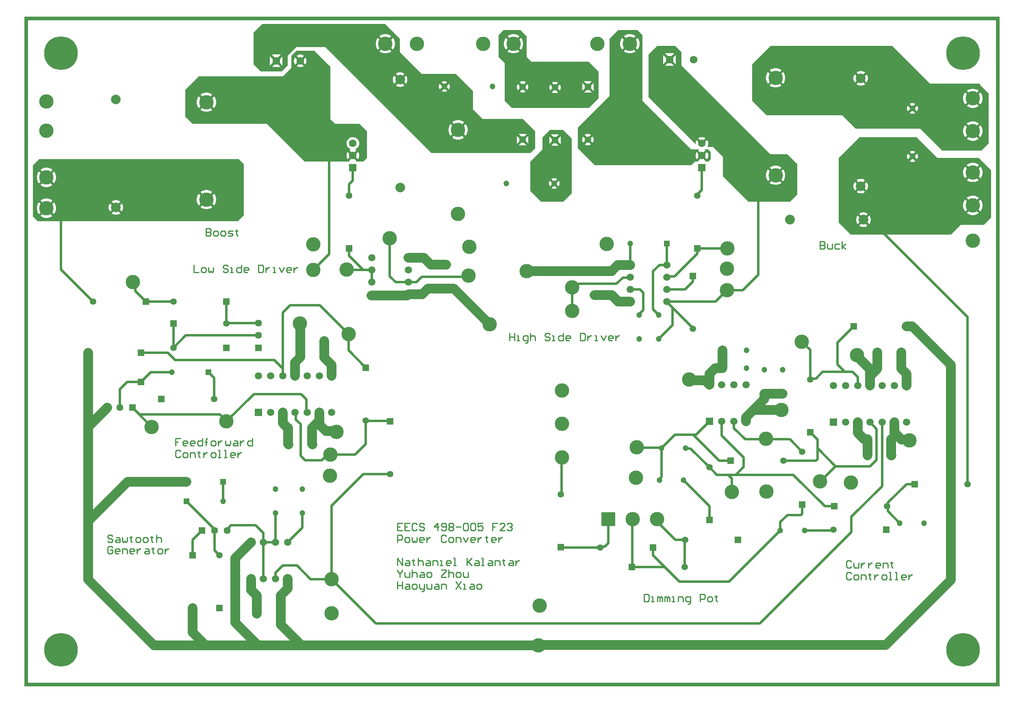
<source format=gtl>
G04*
G04 #@! TF.GenerationSoftware,Altium Limited,Altium Designer,23.2.1 (34)*
G04*
G04 Layer_Physical_Order=1*
G04 Layer_Color=255*
%FSLAX25Y25*%
%MOIN*%
G70*
G04*
G04 #@! TF.SameCoordinates,48004CD8-6F64-47D5-A7CF-E845CD00F4B9*
G04*
G04*
G04 #@! TF.FilePolarity,Positive*
G04*
G01*
G75*
%ADD10C,0.08000*%
%ADD11C,0.02000*%
%ADD12C,0.01000*%
%ADD13C,0.11811*%
%ADD14C,0.05906*%
%ADD15R,0.05906X0.05906*%
%ADD16C,0.04724*%
%ADD17C,0.05315*%
%ADD18R,0.05906X0.05906*%
%ADD19C,0.27559*%
%ADD20R,0.05315X0.05315*%
%ADD21C,0.07874*%
%ADD22C,0.06299*%
%ADD23R,0.06299X0.06299*%
%ADD24R,0.06299X0.06299*%
%ADD25R,0.05709X0.05709*%
%ADD26C,0.05709*%
%ADD27R,0.05709X0.05709*%
%ADD28R,0.05315X0.05315*%
%ADD29R,0.11811X0.11811*%
%ADD30R,0.04724X0.04724*%
%ADD31C,0.08000*%
G36*
X810000Y557000D02*
Y10000D01*
X13000Y10000D01*
Y10000D01*
X10000D01*
Y560000D01*
X810000D01*
Y557000D01*
D02*
G37*
%LPC*%
G36*
X807000D02*
X13000D01*
Y13000D01*
X807000D01*
Y557000D01*
D02*
G37*
%LPD*%
G36*
X422000Y544000D02*
Y527000D01*
X426000Y523000D01*
X473000D01*
X481000Y515000D01*
Y493000D01*
X473000Y485000D01*
X410000D01*
X404000Y491000D01*
Y522000D01*
X399000Y527000D01*
Y545000D01*
X403000Y549000D01*
X417000D01*
X422000Y544000D01*
D02*
G37*
G36*
X753000Y505000D02*
X794000D01*
Y504000D01*
X801000Y497000D01*
Y456000D01*
X795000Y450000D01*
X763000D01*
X745000Y468000D01*
X692000D01*
X681000Y479000D01*
X619000D01*
X607000Y491000D01*
Y521000D01*
X622000Y536000D01*
X722000D01*
X753000Y505000D01*
D02*
G37*
G36*
X318000Y542000D02*
Y531000D01*
X336000Y513000D01*
X364000D01*
X378000Y499000D01*
Y484000D01*
X386000Y476000D01*
X419000D01*
X429000Y466000D01*
Y452000D01*
X425000Y448000D01*
X344000D01*
X257000Y535000D01*
X233000D01*
X226000Y528000D01*
X226000Y520000D01*
X221000Y515000D01*
X204000D01*
X198000Y521000D01*
Y547000D01*
X205000Y554000D01*
X306000Y554000D01*
X318000Y542000D01*
D02*
G37*
G36*
X517000Y545000D02*
Y491000D01*
X557000Y451000D01*
X563407D01*
X563541Y450500D01*
X562827Y450087D01*
X565700Y447214D01*
X568573Y450087D01*
X567859Y450500D01*
X567993Y451000D01*
X571000D01*
X573000Y449000D01*
X573000Y443000D01*
X571000Y441000D01*
X568685D01*
X568551Y441500D01*
X568573Y441513D01*
X565700Y444386D01*
X562827Y441513D01*
X562849Y441500D01*
X562715Y441000D01*
X560000D01*
X557000Y438000D01*
X478000D01*
X464000Y452000D01*
Y469000D01*
X490000Y495000D01*
Y542000D01*
X497000Y549000D01*
X513000D01*
X517000Y545000D01*
D02*
G37*
G36*
X261000Y519000D02*
Y476000D01*
X265000Y472000D01*
X285000D01*
X291000Y466000D01*
Y444000D01*
X288000Y441000D01*
X284550D01*
Y441050D01*
X282298D01*
X282164Y441550D01*
X282273Y441613D01*
X279400Y444486D01*
X276527Y441613D01*
X276636Y441550D01*
X276502Y441050D01*
X274250D01*
Y441000D01*
X240000Y441000D01*
X209000Y472000D01*
X175000Y472000D01*
X148000D01*
X142000Y478000D01*
Y500000D01*
X153000Y511000D01*
X222000D01*
X229000Y518000D01*
Y528000D01*
X233000Y532000D01*
X248000D01*
X261000Y519000D01*
D02*
G37*
G36*
X549000Y531000D02*
Y520000D01*
X622000Y447000D01*
X636000D01*
X644000Y439000D01*
Y414000D01*
X638000Y408000D01*
X604000D01*
X583000Y429000D01*
Y445000D01*
X575000Y453000D01*
X570530D01*
X570280Y453433D01*
X570499Y453812D01*
X570850Y455122D01*
Y456478D01*
X570499Y457788D01*
X569987Y458673D01*
X566407Y455093D01*
X565700Y455800D01*
X564993Y455093D01*
X561413Y458673D01*
X560901Y457788D01*
X560550Y456478D01*
Y455614D01*
X560533Y455583D01*
X560050Y455343D01*
X560000Y455382D01*
Y456000D01*
X522000Y494000D01*
Y529000D01*
X529000Y536000D01*
X544000D01*
X549000Y531000D01*
D02*
G37*
G36*
X459000Y460000D02*
Y415000D01*
X452000Y408000D01*
X434000D01*
X425000Y417000D01*
Y441000D01*
X435000Y451000D01*
Y461000D01*
X441000Y467000D01*
X452000D01*
X459000Y460000D01*
D02*
G37*
G36*
X190000Y439000D02*
Y397000D01*
X185000Y392000D01*
X21000D01*
X17000Y396000D01*
Y438000D01*
X22000Y443000D01*
X186000D01*
X190000Y439000D01*
D02*
G37*
G36*
X759000Y444000D02*
X793000D01*
X803000Y434000D01*
Y395000D01*
X797000Y389000D01*
X778000D01*
X770000Y381000D01*
X688000D01*
X678000Y391000D01*
Y444000D01*
X695000Y461000D01*
X742000D01*
X759000Y444000D01*
D02*
G37*
%LPC*%
G36*
X411979Y545606D02*
X410421D01*
X408894Y545302D01*
X407455Y544706D01*
X406348Y543966D01*
X411200Y539114D01*
X416052Y543966D01*
X414945Y544706D01*
X413506Y545302D01*
X411979Y545606D01*
D02*
G37*
G36*
X417466Y542552D02*
X412614Y537700D01*
X417466Y532848D01*
X418206Y533955D01*
X418802Y535394D01*
X419105Y536921D01*
Y538479D01*
X418802Y540006D01*
X418206Y541445D01*
X417466Y542552D01*
D02*
G37*
G36*
X404934Y542552D02*
X404194Y541445D01*
X403598Y540006D01*
X403295Y538479D01*
Y536921D01*
X403598Y535394D01*
X404194Y533955D01*
X404934Y532848D01*
X409786Y537700D01*
X404934Y542552D01*
D02*
G37*
G36*
X411200Y536286D02*
X406348Y531434D01*
X407455Y530694D01*
X408894Y530098D01*
X410421Y529795D01*
X411979D01*
X413506Y530098D01*
X414945Y530694D01*
X416052Y531434D01*
X411200Y536286D01*
D02*
G37*
G36*
X475443Y506911D02*
X468957D01*
X472200Y503668D01*
X475443Y506911D01*
D02*
G37*
G36*
X419413Y506811D02*
X418187D01*
X417002Y506494D01*
X416287Y506081D01*
X418800Y503568D01*
X421313Y506081D01*
X420598Y506494D01*
X419413Y506811D01*
D02*
G37*
G36*
X445813Y506411D02*
X444587D01*
X443402Y506094D01*
X442687Y505681D01*
X445200Y503168D01*
X447713Y505681D01*
X446998Y506094D01*
X445813Y506411D01*
D02*
G37*
G36*
X414873Y504666D02*
X414460Y503951D01*
X414143Y502767D01*
Y501540D01*
X414460Y500356D01*
X414873Y499641D01*
X417386Y502153D01*
X414873Y504666D01*
D02*
G37*
G36*
X422727Y504667D02*
X420214Y502153D01*
X422727Y499641D01*
X423140Y500356D01*
X423457Y501540D01*
Y502767D01*
X423140Y503951D01*
X422727Y504667D01*
D02*
G37*
G36*
X441273Y504266D02*
X440860Y503551D01*
X440543Y502367D01*
Y501140D01*
X440860Y499956D01*
X441273Y499241D01*
X443786Y501754D01*
X441273Y504266D01*
D02*
G37*
G36*
X449127Y504267D02*
X446614Y501754D01*
X449127Y499241D01*
X449540Y499956D01*
X449858Y501140D01*
Y502367D01*
X449540Y503551D01*
X449127Y504267D01*
D02*
G37*
G36*
X476858Y505497D02*
X473614Y502253D01*
X476858Y499010D01*
Y505497D01*
D02*
G37*
G36*
X467543Y505497D02*
Y499010D01*
X470786Y502253D01*
X467543Y505497D01*
D02*
G37*
G36*
X472200Y500839D02*
X468957Y497596D01*
X475443D01*
X472200Y500839D01*
D02*
G37*
G36*
X418800Y500739D02*
X416287Y498226D01*
X417002Y497814D01*
X418187Y497496D01*
X419413D01*
X420598Y497814D01*
X421313Y498226D01*
X418800Y500739D01*
D02*
G37*
G36*
X445200Y500339D02*
X442687Y497826D01*
X443402Y497413D01*
X444587Y497096D01*
X445813D01*
X446998Y497413D01*
X447713Y497826D01*
X445200Y500339D01*
D02*
G37*
G36*
X626979Y517605D02*
X625421D01*
X623894Y517302D01*
X622455Y516706D01*
X621348Y515966D01*
X626200Y511114D01*
X631052Y515966D01*
X629945Y516706D01*
X628506Y517302D01*
X626979Y517605D01*
D02*
G37*
G36*
X696685Y515228D02*
X695515D01*
X694368Y515000D01*
X693288Y514553D01*
X692667Y514138D01*
X696100Y510706D01*
X699533Y514138D01*
X698912Y514553D01*
X697832Y515000D01*
X696685Y515228D01*
D02*
G37*
G36*
X691253Y512724D02*
X690839Y512104D01*
X690391Y511023D01*
X690163Y509876D01*
Y508707D01*
X690391Y507560D01*
X690839Y506479D01*
X691253Y505859D01*
X694686Y509291D01*
X691253Y512724D01*
D02*
G37*
G36*
X700947Y512724D02*
X697514Y509291D01*
X700947Y505859D01*
X701361Y506479D01*
X701809Y507560D01*
X702037Y508707D01*
Y509876D01*
X701809Y511023D01*
X701361Y512104D01*
X700947Y512724D01*
D02*
G37*
G36*
X632466Y514552D02*
X627614Y509700D01*
X632466Y504848D01*
X633206Y505955D01*
X633802Y507394D01*
X634105Y508921D01*
Y510479D01*
X633802Y512006D01*
X633206Y513445D01*
X632466Y514552D01*
D02*
G37*
G36*
X619934D02*
X619194Y513445D01*
X618598Y512006D01*
X618294Y510479D01*
Y508921D01*
X618598Y507394D01*
X619194Y505955D01*
X619934Y504848D01*
X624786Y509700D01*
X619934Y514552D01*
D02*
G37*
G36*
X696100Y507877D02*
X692667Y504445D01*
X693288Y504030D01*
X694368Y503582D01*
X695515Y503354D01*
X696685D01*
X697832Y503582D01*
X698912Y504030D01*
X699533Y504445D01*
X696100Y507877D01*
D02*
G37*
G36*
X626200Y508286D02*
X621348Y503434D01*
X622455Y502694D01*
X623894Y502098D01*
X625421Y501794D01*
X626979D01*
X628506Y502098D01*
X629945Y502694D01*
X631052Y503434D01*
X626200Y508286D01*
D02*
G37*
G36*
X788779Y500705D02*
X787221D01*
X785694Y500402D01*
X784255Y499806D01*
X783148Y499066D01*
X788000Y494214D01*
X792852Y499066D01*
X791745Y499806D01*
X790306Y500402D01*
X788779Y500705D01*
D02*
G37*
G36*
X794266Y497652D02*
X789414Y492800D01*
X794266Y487948D01*
X795006Y489055D01*
X795602Y490494D01*
X795905Y492021D01*
Y493579D01*
X795602Y495106D01*
X795006Y496545D01*
X794266Y497652D01*
D02*
G37*
G36*
X781734Y497652D02*
X780994Y496545D01*
X780398Y495106D01*
X780094Y493579D01*
Y492021D01*
X780398Y490494D01*
X780994Y489055D01*
X781734Y487948D01*
X786586Y492800D01*
X781734Y497652D01*
D02*
G37*
G36*
X739074Y488832D02*
X737926D01*
X736816Y488535D01*
X736203Y488181D01*
X738500Y485884D01*
X740797Y488181D01*
X740184Y488535D01*
X739074Y488832D01*
D02*
G37*
G36*
X788000Y491386D02*
X783148Y486534D01*
X784255Y485794D01*
X785694Y485198D01*
X787221Y484895D01*
X788779D01*
X790306Y485198D01*
X791745Y485794D01*
X792852Y486534D01*
X788000Y491386D01*
D02*
G37*
G36*
X742211Y486767D02*
X739914Y484470D01*
X742211Y482173D01*
X742565Y482786D01*
X742862Y483896D01*
Y485044D01*
X742565Y486154D01*
X742211Y486767D01*
D02*
G37*
G36*
X734789D02*
X734435Y486154D01*
X734138Y485044D01*
Y483896D01*
X734435Y482786D01*
X734789Y482173D01*
X737086Y484470D01*
X734789Y486767D01*
D02*
G37*
G36*
X738500Y483056D02*
X736203Y480759D01*
X736816Y480405D01*
X737926Y480108D01*
X739074D01*
X740184Y480405D01*
X740797Y480759D01*
X738500Y483056D01*
D02*
G37*
G36*
X788779Y473806D02*
X787221D01*
X785694Y473502D01*
X784255Y472906D01*
X783148Y472166D01*
X788000Y467314D01*
X792852Y472166D01*
X791745Y472906D01*
X790306Y473502D01*
X788779Y473806D01*
D02*
G37*
G36*
X794266Y470752D02*
X789414Y465900D01*
X794266Y461048D01*
X795006Y462155D01*
X795602Y463594D01*
X795905Y465121D01*
Y466679D01*
X795602Y468206D01*
X795006Y469645D01*
X794266Y470752D01*
D02*
G37*
G36*
X781734Y470752D02*
X780994Y469645D01*
X780398Y468206D01*
X780094Y466679D01*
Y465121D01*
X780398Y463594D01*
X780994Y462155D01*
X781734Y461048D01*
X786586Y465900D01*
X781734Y470752D01*
D02*
G37*
G36*
X788000Y464486D02*
X783148Y459634D01*
X784255Y458894D01*
X785694Y458298D01*
X787221Y457995D01*
X788779D01*
X790306Y458298D01*
X791745Y458894D01*
X792852Y459634D01*
X788000Y464486D01*
D02*
G37*
G36*
X306879Y545606D02*
X305321D01*
X303794Y545302D01*
X302355Y544706D01*
X301248Y543966D01*
X306100Y539114D01*
X310952Y543966D01*
X309845Y544706D01*
X308406Y545302D01*
X306879Y545606D01*
D02*
G37*
G36*
X312366Y542552D02*
X307514Y537700D01*
X312366Y532848D01*
X313106Y533955D01*
X313702Y535394D01*
X314005Y536921D01*
Y538479D01*
X313702Y540006D01*
X313106Y541445D01*
X312366Y542552D01*
D02*
G37*
G36*
X299834Y542552D02*
X299094Y541445D01*
X298498Y540006D01*
X298195Y538479D01*
Y536921D01*
X298498Y535394D01*
X299094Y533955D01*
X299834Y532848D01*
X304686Y537700D01*
X299834Y542552D01*
D02*
G37*
G36*
X306100Y536286D02*
X301248Y531434D01*
X302355Y530694D01*
X303794Y530098D01*
X305321Y529795D01*
X306879D01*
X308406Y530098D01*
X309845Y530694D01*
X310952Y531434D01*
X306100Y536286D01*
D02*
G37*
G36*
X220350Y528750D02*
X212880D01*
X216615Y525014D01*
X220350Y528750D01*
D02*
G37*
G36*
X221765Y527335D02*
X218029Y523600D01*
X221765Y519865D01*
Y527335D01*
D02*
G37*
G36*
X211465Y527335D02*
Y519865D01*
X215201Y523600D01*
X211465Y527335D01*
D02*
G37*
G36*
X216615Y522186D02*
X212880Y518450D01*
X220350D01*
X216615Y522186D01*
D02*
G37*
G36*
X318785Y514128D02*
X317615D01*
X316468Y513900D01*
X315388Y513453D01*
X314767Y513038D01*
X318200Y509606D01*
X321633Y513038D01*
X321012Y513453D01*
X319932Y513900D01*
X318785Y514128D01*
D02*
G37*
G36*
X313353Y511624D02*
X312939Y511004D01*
X312491Y509923D01*
X312263Y508776D01*
Y507607D01*
X312491Y506460D01*
X312939Y505379D01*
X313353Y504759D01*
X316786Y508191D01*
X313353Y511624D01*
D02*
G37*
G36*
X323047Y511624D02*
X319614Y508191D01*
X323047Y504759D01*
X323461Y505379D01*
X323909Y506460D01*
X324137Y507607D01*
Y508776D01*
X323909Y509923D01*
X323461Y511004D01*
X323047Y511624D01*
D02*
G37*
G36*
X355089Y506962D02*
X353941D01*
X352831Y506665D01*
X352218Y506311D01*
X354515Y504014D01*
X356812Y506311D01*
X356199Y506665D01*
X355089Y506962D01*
D02*
G37*
G36*
X318200Y506777D02*
X314767Y503344D01*
X315388Y502930D01*
X316468Y502483D01*
X317615Y502254D01*
X318785D01*
X319932Y502483D01*
X321012Y502930D01*
X321633Y503344D01*
X318200Y506777D01*
D02*
G37*
G36*
X358226Y504897D02*
X355929Y502600D01*
X358226Y500303D01*
X358580Y500916D01*
X358877Y502026D01*
Y503174D01*
X358580Y504284D01*
X358226Y504897D01*
D02*
G37*
G36*
X350804Y504897D02*
X350450Y504284D01*
X350153Y503174D01*
Y502026D01*
X350450Y500916D01*
X350804Y500303D01*
X353101Y502600D01*
X350804Y504897D01*
D02*
G37*
G36*
X354515Y501186D02*
X352218Y498889D01*
X352831Y498535D01*
X353941Y498238D01*
X355089D01*
X356199Y498535D01*
X356812Y498889D01*
X354515Y501186D01*
D02*
G37*
G36*
X366579Y474805D02*
X365021D01*
X363494Y474502D01*
X362055Y473906D01*
X360948Y473166D01*
X365800Y468314D01*
X370652Y473166D01*
X369545Y473906D01*
X368106Y474502D01*
X366579Y474805D01*
D02*
G37*
G36*
X359534Y471752D02*
X358794Y470645D01*
X358198Y469206D01*
X357894Y467679D01*
Y466121D01*
X358198Y464594D01*
X358794Y463155D01*
X359534Y462048D01*
X364386Y466900D01*
X359534Y471752D01*
D02*
G37*
G36*
X372066Y471752D02*
X367214Y466900D01*
X372066Y462048D01*
X372806Y463155D01*
X373402Y464594D01*
X373706Y466121D01*
Y467679D01*
X373402Y469206D01*
X372806Y470645D01*
X372066Y471752D01*
D02*
G37*
G36*
X422043Y463504D02*
X415557D01*
X418800Y460261D01*
X422043Y463504D01*
D02*
G37*
G36*
X365800Y465486D02*
X360948Y460634D01*
X362055Y459894D01*
X363494Y459298D01*
X365021Y458994D01*
X366579D01*
X368106Y459298D01*
X369545Y459894D01*
X370652Y460634D01*
X365800Y465486D01*
D02*
G37*
G36*
X423457Y462090D02*
X420214Y458847D01*
X423457Y455603D01*
Y462090D01*
D02*
G37*
G36*
X414143Y462090D02*
Y455603D01*
X417386Y458847D01*
X414143Y462090D01*
D02*
G37*
G36*
X418800Y457432D02*
X415557Y454189D01*
X422043D01*
X418800Y457432D01*
D02*
G37*
G36*
X507379Y545606D02*
X505821D01*
X504294Y545302D01*
X502855Y544706D01*
X501748Y543966D01*
X506600Y539114D01*
X511452Y543966D01*
X510345Y544706D01*
X508906Y545302D01*
X507379Y545606D01*
D02*
G37*
G36*
X512866Y542552D02*
X508014Y537700D01*
X512866Y532848D01*
X513606Y533955D01*
X514202Y535394D01*
X514505Y536921D01*
Y538479D01*
X514202Y540006D01*
X513606Y541445D01*
X512866Y542552D01*
D02*
G37*
G36*
X500334Y542552D02*
X499594Y541445D01*
X498998Y540006D01*
X498695Y538479D01*
Y536921D01*
X498998Y535394D01*
X499594Y533955D01*
X500334Y532848D01*
X505186Y537700D01*
X500334Y542552D01*
D02*
G37*
G36*
X506600Y536286D02*
X501748Y531434D01*
X502855Y530694D01*
X504294Y530098D01*
X505821Y529795D01*
X507379D01*
X508906Y530098D01*
X510345Y530694D01*
X511452Y531434D01*
X506600Y536286D01*
D02*
G37*
G36*
X472813Y463604D02*
X471587D01*
X470402Y463286D01*
X469687Y462874D01*
X472200Y460361D01*
X474713Y462874D01*
X473998Y463286D01*
X472813Y463604D01*
D02*
G37*
G36*
X468273Y461459D02*
X467860Y460744D01*
X467543Y459560D01*
Y458333D01*
X467860Y457149D01*
X468273Y456434D01*
X470786Y458947D01*
X468273Y461459D01*
D02*
G37*
G36*
X476127Y461459D02*
X473614Y458947D01*
X476127Y456433D01*
X476540Y457149D01*
X476858Y458333D01*
Y459560D01*
X476540Y460744D01*
X476127Y461459D01*
D02*
G37*
G36*
X472200Y457532D02*
X469687Y455019D01*
X470402Y454606D01*
X471587Y454289D01*
X472813D01*
X473998Y454606D01*
X474713Y455019D01*
X472200Y457532D01*
D02*
G37*
G36*
X561413Y448673D02*
X560901Y447788D01*
X560550Y446478D01*
Y445122D01*
X560901Y443812D01*
X561413Y442927D01*
X564286Y445800D01*
X561413Y448673D01*
D02*
G37*
G36*
X569987Y448673D02*
X567114Y445800D01*
X569987Y442927D01*
X570499Y443812D01*
X570850Y445122D01*
Y446478D01*
X570499Y447788D01*
X569987Y448673D01*
D02*
G37*
G36*
X236978Y528750D02*
X235622D01*
X234312Y528399D01*
X233427Y527887D01*
X236300Y525014D01*
X239173Y527887D01*
X238288Y528399D01*
X236978Y528750D01*
D02*
G37*
G36*
X240587Y526473D02*
X237714Y523600D01*
X240587Y520727D01*
X241099Y521612D01*
X241450Y522922D01*
Y524278D01*
X241099Y525588D01*
X240587Y526473D01*
D02*
G37*
G36*
X232013Y526473D02*
X231501Y525588D01*
X231150Y524278D01*
Y522922D01*
X231501Y521612D01*
X232013Y520727D01*
X234886Y523600D01*
X232013Y526473D01*
D02*
G37*
G36*
X236300Y522186D02*
X233427Y519313D01*
X234312Y518801D01*
X235622Y518450D01*
X236978D01*
X238288Y518801D01*
X239173Y519313D01*
X236300Y522186D01*
D02*
G37*
G36*
X160079Y497606D02*
X158521D01*
X156994Y497302D01*
X155555Y496706D01*
X154448Y495966D01*
X159300Y491114D01*
X164152Y495966D01*
X163045Y496706D01*
X161606Y497302D01*
X160079Y497606D01*
D02*
G37*
G36*
X165566Y494552D02*
X160714Y489700D01*
X165566Y484848D01*
X166306Y485955D01*
X166902Y487394D01*
X167206Y488921D01*
Y490479D01*
X166902Y492006D01*
X166306Y493445D01*
X165566Y494552D01*
D02*
G37*
G36*
X153034D02*
X152294Y493445D01*
X151698Y492006D01*
X151394Y490479D01*
Y488921D01*
X151698Y487394D01*
X152294Y485955D01*
X153034Y484848D01*
X157886Y489700D01*
X153034Y494552D01*
D02*
G37*
G36*
X159300Y488286D02*
X154448Y483434D01*
X155555Y482694D01*
X156994Y482098D01*
X158521Y481795D01*
X160079D01*
X161606Y482098D01*
X163045Y482694D01*
X164152Y483434D01*
X159300Y488286D01*
D02*
G37*
G36*
X280078Y461050D02*
X278722D01*
X277412Y460699D01*
X276238Y460021D01*
X275279Y459062D01*
X274601Y457888D01*
X274250Y456578D01*
Y455222D01*
X274601Y453912D01*
X275279Y452738D01*
X276238Y451779D01*
X277279Y451178D01*
X277323Y451019D01*
Y450781D01*
X277279Y450622D01*
X276527Y450187D01*
X279400Y447314D01*
X282273Y450187D01*
X281521Y450622D01*
X281477Y450781D01*
Y451019D01*
X281521Y451178D01*
X282562Y451779D01*
X283521Y452738D01*
X284199Y453912D01*
X284550Y455222D01*
Y456578D01*
X284199Y457888D01*
X283521Y459062D01*
X282562Y460021D01*
X281388Y460699D01*
X280078Y461050D01*
D02*
G37*
G36*
X275113Y448773D02*
X274601Y447888D01*
X274250Y446578D01*
Y445222D01*
X274601Y443912D01*
X275113Y443027D01*
X277986Y445900D01*
X275113Y448773D01*
D02*
G37*
G36*
X283687Y448773D02*
X280814Y445900D01*
X283687Y443027D01*
X284199Y443912D01*
X284550Y445222D01*
Y446578D01*
X284199Y447888D01*
X283687Y448773D01*
D02*
G37*
G36*
X542935Y529850D02*
X535465D01*
X539200Y526114D01*
X542935Y529850D01*
D02*
G37*
G36*
X544350Y528435D02*
X540614Y524700D01*
X544350Y520965D01*
Y528435D01*
D02*
G37*
G36*
X534050Y528435D02*
Y520965D01*
X537786Y524700D01*
X534050Y528435D01*
D02*
G37*
G36*
X539200Y523286D02*
X535465Y519550D01*
X542935D01*
X539200Y523286D01*
D02*
G37*
G36*
X566378Y460950D02*
X565022D01*
X563712Y460599D01*
X562827Y460087D01*
X565700Y457214D01*
X568573Y460087D01*
X567688Y460599D01*
X566378Y460950D01*
D02*
G37*
G36*
X626979Y437605D02*
X625421D01*
X623894Y437302D01*
X622455Y436706D01*
X621348Y435966D01*
X626200Y431114D01*
X631052Y435966D01*
X629945Y436706D01*
X628506Y437302D01*
X626979Y437605D01*
D02*
G37*
G36*
X632466Y434552D02*
X627614Y429700D01*
X632466Y424848D01*
X633206Y425955D01*
X633802Y427394D01*
X634105Y428921D01*
Y430479D01*
X633802Y432006D01*
X633206Y433445D01*
X632466Y434552D01*
D02*
G37*
G36*
X619934D02*
X619194Y433445D01*
X618598Y432006D01*
X618294Y430479D01*
Y428921D01*
X618598Y427394D01*
X619194Y425955D01*
X619934Y424848D01*
X624786Y429700D01*
X619934Y434552D01*
D02*
G37*
G36*
X626200Y428286D02*
X621348Y423434D01*
X622455Y422694D01*
X623894Y422098D01*
X625421Y421795D01*
X626979D01*
X628506Y422098D01*
X629945Y422694D01*
X631052Y423434D01*
X626200Y428286D01*
D02*
G37*
G36*
X448443Y463104D02*
X441957D01*
X445200Y459861D01*
X448443Y463104D01*
D02*
G37*
G36*
X449858Y461690D02*
X446614Y458447D01*
X449858Y455203D01*
Y461690D01*
D02*
G37*
G36*
X440543Y461690D02*
Y455203D01*
X443786Y458447D01*
X440543Y461690D01*
D02*
G37*
G36*
X445200Y457032D02*
X441957Y453789D01*
X448443D01*
X445200Y457032D01*
D02*
G37*
G36*
X445159Y427362D02*
X444011D01*
X442901Y427065D01*
X442288Y426711D01*
X444585Y424414D01*
X446882Y426711D01*
X446269Y427065D01*
X445159Y427362D01*
D02*
G37*
G36*
X440874Y425297D02*
X440520Y424684D01*
X440223Y423574D01*
Y422426D01*
X440520Y421316D01*
X440874Y420703D01*
X443171Y423000D01*
X440874Y425297D01*
D02*
G37*
G36*
X448296D02*
X445999Y423000D01*
X448296Y420703D01*
X448650Y421316D01*
X448947Y422426D01*
Y423574D01*
X448650Y424684D01*
X448296Y425297D01*
D02*
G37*
G36*
X444585Y421586D02*
X442288Y419289D01*
X442901Y418935D01*
X444011Y418638D01*
X445159D01*
X446269Y418935D01*
X446882Y419289D01*
X444585Y421586D01*
D02*
G37*
G36*
X28879Y435806D02*
X27321D01*
X25794Y435502D01*
X24355Y434906D01*
X23248Y434166D01*
X28100Y429314D01*
X32952Y434166D01*
X31845Y434906D01*
X30406Y435502D01*
X28879Y435806D01*
D02*
G37*
G36*
X34366Y432752D02*
X29514Y427900D01*
X34366Y423048D01*
X35106Y424155D01*
X35702Y425594D01*
X36005Y427121D01*
Y428679D01*
X35702Y430206D01*
X35106Y431645D01*
X34366Y432752D01*
D02*
G37*
G36*
X21834Y432752D02*
X21094Y431645D01*
X20498Y430206D01*
X20195Y428679D01*
Y427121D01*
X20498Y425594D01*
X21094Y424155D01*
X21834Y423048D01*
X26686Y427900D01*
X21834Y432752D01*
D02*
G37*
G36*
X28100Y426486D02*
X23248Y421634D01*
X24355Y420894D01*
X25794Y420298D01*
X27321Y419994D01*
X28879D01*
X30406Y420298D01*
X31845Y420894D01*
X32952Y421634D01*
X28100Y426486D01*
D02*
G37*
G36*
X160079Y417605D02*
X158521D01*
X156994Y417302D01*
X155555Y416706D01*
X154448Y415966D01*
X159300Y411114D01*
X164152Y415966D01*
X163045Y416706D01*
X161606Y417302D01*
X160079Y417605D01*
D02*
G37*
G36*
X165566Y414552D02*
X160714Y409700D01*
X165566Y404848D01*
X166306Y405955D01*
X166902Y407394D01*
X167206Y408921D01*
Y410479D01*
X166902Y412006D01*
X166306Y413445D01*
X165566Y414552D01*
D02*
G37*
G36*
X153034D02*
X152294Y413445D01*
X151698Y412006D01*
X151394Y410479D01*
Y408921D01*
X151698Y407394D01*
X152294Y405955D01*
X153034Y404848D01*
X157886Y409700D01*
X153034Y414552D01*
D02*
G37*
G36*
X85685Y409246D02*
X84515D01*
X83368Y409018D01*
X82288Y408570D01*
X81667Y408155D01*
X85100Y404723D01*
X88533Y408155D01*
X87912Y408570D01*
X86832Y409018D01*
X85685Y409246D01*
D02*
G37*
G36*
X28879Y410505D02*
X27321D01*
X25794Y410202D01*
X24355Y409606D01*
X23248Y408866D01*
X28100Y404014D01*
X32952Y408866D01*
X31845Y409606D01*
X30406Y410202D01*
X28879Y410505D01*
D02*
G37*
G36*
X159300Y408286D02*
X154448Y403434D01*
X155555Y402694D01*
X156994Y402098D01*
X158521Y401794D01*
X160079D01*
X161606Y402098D01*
X163045Y402694D01*
X164152Y403434D01*
X159300Y408286D01*
D02*
G37*
G36*
X80253Y406741D02*
X79839Y406121D01*
X79391Y405040D01*
X79163Y403893D01*
Y402724D01*
X79391Y401577D01*
X79839Y400496D01*
X80253Y399876D01*
X83686Y403309D01*
X80253Y406741D01*
D02*
G37*
G36*
X89947Y406741D02*
X86514Y403309D01*
X89947Y399876D01*
X90361Y400496D01*
X90809Y401577D01*
X91037Y402724D01*
Y403893D01*
X90809Y405040D01*
X90361Y406121D01*
X89947Y406741D01*
D02*
G37*
G36*
X34366Y407452D02*
X29514Y402600D01*
X34366Y397748D01*
X35106Y398855D01*
X35702Y400294D01*
X36005Y401821D01*
Y403379D01*
X35702Y404906D01*
X35106Y406345D01*
X34366Y407452D01*
D02*
G37*
G36*
X21834Y407452D02*
X21094Y406345D01*
X20498Y404906D01*
X20195Y403379D01*
Y401821D01*
X20498Y400294D01*
X21094Y398855D01*
X21834Y397748D01*
X26686Y402600D01*
X21834Y407452D01*
D02*
G37*
G36*
X85100Y401894D02*
X81667Y398462D01*
X82288Y398047D01*
X83368Y397600D01*
X84515Y397372D01*
X85685D01*
X86832Y397600D01*
X87912Y398047D01*
X88533Y398462D01*
X85100Y401894D01*
D02*
G37*
G36*
X28100Y401186D02*
X23248Y396334D01*
X24355Y395594D01*
X25794Y394998D01*
X27321Y394694D01*
X28879D01*
X30406Y394998D01*
X31845Y395594D01*
X32952Y396334D01*
X28100Y401186D01*
D02*
G37*
G36*
X739074Y449462D02*
X737926D01*
X736816Y449165D01*
X736203Y448811D01*
X738500Y446514D01*
X740797Y448811D01*
X740184Y449165D01*
X739074Y449462D01*
D02*
G37*
G36*
X742211Y447397D02*
X739914Y445100D01*
X742211Y442803D01*
X742565Y443416D01*
X742862Y444526D01*
Y445674D01*
X742565Y446784D01*
X742211Y447397D01*
D02*
G37*
G36*
X734789D02*
X734435Y446784D01*
X734138Y445674D01*
Y444526D01*
X734435Y443416D01*
X734789Y442803D01*
X737086Y445100D01*
X734789Y447397D01*
D02*
G37*
G36*
X738500Y443686D02*
X736203Y441389D01*
X736816Y441035D01*
X737926Y440738D01*
X739074D01*
X740184Y441035D01*
X740797Y441389D01*
X738500Y443686D01*
D02*
G37*
G36*
X788779Y439906D02*
X787221D01*
X785694Y439602D01*
X784255Y439006D01*
X783148Y438266D01*
X788000Y433414D01*
X792852Y438266D01*
X791745Y439006D01*
X790306Y439602D01*
X788779Y439906D01*
D02*
G37*
G36*
X794266Y436852D02*
X789414Y432000D01*
X794266Y427148D01*
X795006Y428255D01*
X795602Y429694D01*
X795905Y431221D01*
Y432779D01*
X795602Y434306D01*
X795006Y435745D01*
X794266Y436852D01*
D02*
G37*
G36*
X781734Y436852D02*
X780994Y435745D01*
X780398Y434306D01*
X780094Y432779D01*
Y431221D01*
X780398Y429694D01*
X780994Y428255D01*
X781734Y427148D01*
X786586Y432000D01*
X781734Y436852D01*
D02*
G37*
G36*
X788000Y430586D02*
X783148Y425734D01*
X784255Y424994D01*
X785694Y424398D01*
X787221Y424094D01*
X788779D01*
X790306Y424398D01*
X791745Y424994D01*
X792852Y425734D01*
X788000Y430586D01*
D02*
G37*
G36*
X696685Y426646D02*
X695515D01*
X694368Y426417D01*
X693288Y425970D01*
X692667Y425556D01*
X696100Y422123D01*
X699533Y425556D01*
X698912Y425970D01*
X697832Y426417D01*
X696685Y426646D01*
D02*
G37*
G36*
X700947Y424141D02*
X697514Y420709D01*
X700947Y417276D01*
X701361Y417896D01*
X701809Y418977D01*
X702037Y420124D01*
Y421293D01*
X701809Y422440D01*
X701361Y423521D01*
X700947Y424141D01*
D02*
G37*
G36*
X691253Y424141D02*
X690839Y423521D01*
X690391Y422440D01*
X690163Y421293D01*
Y420124D01*
X690391Y418977D01*
X690839Y417896D01*
X691253Y417276D01*
X694686Y420709D01*
X691253Y424141D01*
D02*
G37*
G36*
X696100Y419294D02*
X692667Y415862D01*
X693288Y415447D01*
X694368Y415000D01*
X695515Y414772D01*
X696685D01*
X697832Y415000D01*
X698912Y415447D01*
X699533Y415862D01*
X696100Y419294D01*
D02*
G37*
G36*
X788779Y412806D02*
X787221D01*
X785694Y412502D01*
X784255Y411906D01*
X783148Y411166D01*
X788000Y406314D01*
X792852Y411166D01*
X791745Y411906D01*
X790306Y412502D01*
X788779Y412806D01*
D02*
G37*
G36*
X794266Y409752D02*
X789414Y404900D01*
X794266Y400048D01*
X795006Y401155D01*
X795602Y402594D01*
X795905Y404121D01*
Y405679D01*
X795602Y407206D01*
X795006Y408645D01*
X794266Y409752D01*
D02*
G37*
G36*
X781734Y409752D02*
X780994Y408645D01*
X780398Y407206D01*
X780094Y405679D01*
Y404121D01*
X780398Y402594D01*
X780994Y401155D01*
X781734Y400048D01*
X786586Y404900D01*
X781734Y409752D01*
D02*
G37*
G36*
X788000Y403486D02*
X783148Y398634D01*
X784255Y397894D01*
X785694Y397298D01*
X787221Y396994D01*
X788779D01*
X790306Y397298D01*
X791745Y397894D01*
X792852Y398634D01*
X788000Y403486D01*
D02*
G37*
G36*
X698891Y399100D02*
X697709D01*
X696550Y398869D01*
X695458Y398417D01*
X694822Y397992D01*
X698300Y394514D01*
X701778Y397992D01*
X701142Y398417D01*
X700050Y398869D01*
X698891Y399100D01*
D02*
G37*
G36*
X703192Y396578D02*
X699714Y393100D01*
X703192Y389622D01*
X703617Y390258D01*
X704069Y391350D01*
X704300Y392509D01*
Y393691D01*
X704069Y394850D01*
X703617Y395942D01*
X703192Y396578D01*
D02*
G37*
G36*
X693408D02*
X692983Y395942D01*
X692531Y394850D01*
X692300Y393691D01*
Y392509D01*
X692531Y391350D01*
X692983Y390258D01*
X693408Y389622D01*
X696886Y393100D01*
X693408Y396578D01*
D02*
G37*
G36*
X698300Y391686D02*
X694822Y388208D01*
X695458Y387783D01*
X696550Y387331D01*
X697709Y387100D01*
X698891D01*
X700050Y387331D01*
X701142Y387783D01*
X701778Y388208D01*
X698300Y391686D01*
D02*
G37*
%LPD*%
D10*
X608000Y237000D02*
X617000Y246000D01*
X236000Y308000D02*
X236215Y307785D01*
Y293500D02*
Y307785D01*
X246042Y222200D02*
X252000Y228157D01*
Y235000D01*
Y225000D02*
Y228157D01*
X257271Y219729D02*
X265271D01*
X266000Y219000D01*
X252000Y225000D02*
X257271Y219729D01*
X568174Y261326D02*
X572000Y257500D01*
X555403Y262055D02*
X556132Y261326D01*
X568174D01*
X572000Y257500D02*
Y266514D01*
X617000Y246000D02*
Y250157D01*
X632000D01*
X608000Y237000D02*
X631000D01*
X602000Y227500D02*
Y231000D01*
X608000Y237000D01*
X723500Y214957D02*
Y218500D01*
Y226800D01*
X729271Y212729D02*
X735271D01*
X723500Y218500D02*
X729271Y212729D01*
X735271D02*
X736000Y212000D01*
X693000Y280969D02*
X703500Y270469D01*
Y264643D02*
Y270469D01*
Y264643D02*
X709657Y270800D01*
X693000Y280969D02*
Y282000D01*
X738400Y305600D02*
X770000Y274000D01*
X716600Y44000D02*
X770000Y97400D01*
Y274000D01*
X294600Y330847D02*
X324147D01*
X721142Y199700D02*
Y213000D01*
Y199700D02*
X721243Y199600D01*
X246143Y208800D02*
X246242Y208700D01*
X246143Y208800D02*
Y222100D01*
X362343Y336457D02*
X391500Y307300D01*
X496686Y356000D02*
X507000D01*
X492000Y351314D02*
X496686Y356000D01*
X582557Y271200D02*
Y285700D01*
X709758Y271000D02*
Y284100D01*
X582557Y285700D02*
X582758Y285900D01*
X576686Y271200D02*
X582557D01*
X709657Y270900D02*
X709758Y271000D01*
X572000Y266514D02*
X576686Y271200D01*
X477700Y350842D02*
X492000D01*
Y351314D01*
X477500Y351043D02*
X477700Y350842D01*
X703500Y256800D02*
Y264643D01*
X421842Y351043D02*
X477500D01*
X341100Y336457D02*
X356100D01*
X362343D01*
X336442Y331800D02*
X341100Y336457D01*
X325100Y331800D02*
X336442D01*
X324147Y330847D02*
X325100Y331800D01*
X236215Y293500D02*
X236258Y293458D01*
Y280100D02*
Y293458D01*
X232000Y275842D02*
X236157Y280000D01*
X232000Y265000D02*
Y275842D01*
X226458Y208800D02*
Y222100D01*
Y208800D02*
X226557Y208700D01*
X337771Y361800D02*
X343429Y356142D01*
X255842Y280000D02*
X262000Y273843D01*
X729343Y270900D02*
X733500Y266742D01*
X729343Y270900D02*
X729443Y271000D01*
Y284100D01*
X733554Y305600D02*
X738400D01*
X220342Y69500D02*
Y84500D01*
X62347Y97654D02*
Y222983D01*
X693500Y218100D02*
X698600Y213000D01*
X701458D01*
X693500Y218100D02*
Y226800D01*
X701557Y199600D02*
Y212900D01*
X701458Y213000D02*
X701557Y212900D01*
X255900Y280142D02*
Y293500D01*
Y280142D02*
X255943Y280100D01*
X477500Y331358D02*
X477700Y331157D01*
X492000D01*
X432000Y44000D02*
X716600D01*
X62347Y222983D02*
X78164Y238800D01*
X200700Y43600D02*
X237400D01*
X220342Y60658D02*
Y69500D01*
X237400Y43600D02*
X431800D01*
X220342Y60658D02*
X237400Y43600D01*
X200700D02*
Y44700D01*
X158800Y43600D02*
X200700D01*
X183100Y62300D02*
X200700Y44700D01*
X183100Y62300D02*
Y115328D01*
X196138Y128365D01*
X148000Y54400D02*
X158800Y43600D01*
X116400D02*
X158800D01*
X148000Y54400D02*
Y74347D01*
X62347Y97654D02*
X116400Y43600D01*
X226138Y90295D02*
Y98365D01*
X220342Y84500D02*
X226138Y90295D01*
X200658Y69500D02*
Y84500D01*
X196138Y89020D02*
Y98365D01*
Y89020D02*
X200658Y84500D01*
X733500Y256800D02*
Y266742D01*
X63226Y146726D02*
X94500Y178000D01*
X142988D01*
X497157Y326000D02*
X507000D01*
X492000Y331157D02*
X497157Y326000D01*
X325100Y361800D02*
X337771D01*
X343429Y356142D02*
X356100D01*
X262000Y265000D02*
Y273843D01*
X222000Y226157D02*
X226157Y222000D01*
X222000Y226157D02*
Y235000D01*
X62347Y222983D02*
Y260000D01*
Y284000D01*
D11*
X450500Y168154D02*
Y197500D01*
X450000Y167654D02*
X450500Y168154D01*
Y197500D02*
X451000Y198000D01*
X228000Y323000D02*
X252300D01*
X222000Y317000D02*
X228000Y323000D01*
X222000Y271000D02*
Y317000D01*
X252300Y323000D02*
X275900Y299400D01*
X290000Y209000D02*
Y228346D01*
X281400Y200400D02*
X290000Y209000D01*
X261100Y200400D02*
X281400D01*
X258700D02*
X261100D01*
X254000Y195700D02*
X258700Y200400D01*
X240200Y195700D02*
X254000D01*
X198200Y250000D02*
X237000D01*
X241253Y235747D02*
Y245747D01*
X237000Y250000D02*
X241253Y245747D01*
X175800Y227600D02*
X198200Y250000D01*
X222000Y265000D02*
Y271000D01*
X215000Y278000D02*
X222000Y271000D01*
X532307Y206050D02*
X532657Y205700D01*
X512650Y206050D02*
X532307D01*
X512300Y206400D02*
X512650Y206050D01*
X450000Y124346D02*
X450319Y124027D01*
X683000Y268100D02*
X689300D01*
X664800D02*
X683000D01*
X677000Y274100D02*
Y292354D01*
Y274100D02*
X683000Y268100D01*
X677000Y292354D02*
X690246Y305600D01*
X689300Y268100D02*
X693500Y263900D01*
X506994Y356006D02*
Y373494D01*
Y356006D02*
X507000Y356000D01*
X506988Y373500D02*
X506994Y373494D01*
X290000Y228346D02*
X290347Y228000D01*
X309653D01*
X310000Y227654D01*
X709000Y388000D02*
X783653Y313347D01*
Y176000D02*
Y313347D01*
X40000Y352346D02*
Y398000D01*
Y352346D02*
X66347Y326000D01*
X260000Y445000D02*
X261000Y446000D01*
X247000Y352000D02*
X260000Y365000D01*
Y445000D01*
X611000Y415000D02*
X612000Y414000D01*
Y348000D02*
Y414000D01*
X586400Y335400D02*
X599400D01*
X612000Y348000D01*
X586377Y369623D02*
X586500Y369500D01*
X562100Y369746D02*
X562223Y369623D01*
X586377D01*
X537000Y326000D02*
X577000D01*
X586400Y335400D01*
X632754Y195400D02*
X659428D01*
X660600Y196572D02*
Y205554D01*
X659428Y195400D02*
X660600Y196572D01*
X662954Y178200D02*
X675454Y190700D01*
X662800Y178200D02*
X662954D01*
X562100Y413054D02*
Y413854D01*
X565700Y417454D02*
Y435800D01*
X562100Y413854D02*
X565700Y417454D01*
X279400Y425201D02*
Y435900D01*
X276400Y412753D02*
Y422200D01*
X279400Y425201D01*
X236500Y199400D02*
Y225200D01*
Y199400D02*
X240200Y195700D01*
X232653Y229047D02*
Y234347D01*
Y229047D02*
X236500Y225200D01*
X232000Y235000D02*
X232653Y234347D01*
X459200Y318300D02*
Y337600D01*
X295100Y341800D02*
Y351800D01*
X274500D02*
X288100D01*
X274200Y352100D02*
X274500Y351800D01*
X276400Y363500D02*
Y369446D01*
Y363500D02*
X288100Y351800D01*
X295100D01*
X325100Y341800D02*
X331800D01*
X336100Y346100D02*
X373200D01*
X374200Y347100D01*
X331800Y341800D02*
X336100Y346100D01*
X314500Y341800D02*
X325100D01*
X309700Y346600D02*
X314500Y341800D01*
X309700Y346600D02*
Y378000D01*
X647700Y293000D02*
X654500Y286200D01*
Y261854D02*
Y286200D01*
X541600Y320823D02*
X558300Y304123D01*
X537000Y325423D02*
X541600Y320823D01*
Y306557D02*
Y320823D01*
X558300Y303547D02*
Y304123D01*
X537000Y325423D02*
Y326000D01*
X530300Y295257D02*
X541600Y306557D01*
X558300Y342400D02*
Y346853D01*
X551900Y336000D02*
X558300Y342400D01*
X537000Y336000D02*
X551900D01*
X561861Y365261D02*
Y369507D01*
X537747Y346747D02*
X543347D01*
X561861Y369507D02*
X562100Y369746D01*
X543347Y346747D02*
X561861Y365261D01*
X537000Y346000D02*
X537747Y346747D01*
X537006Y356006D02*
Y373494D01*
X537000Y356000D02*
X537006Y356006D01*
Y373494D02*
X537012Y373500D01*
X525700Y319543D02*
X530300Y314943D01*
X525700Y319543D02*
Y350800D01*
X530900Y356000D01*
X537000D01*
X517700Y319080D02*
Y333200D01*
X514300Y314943D02*
Y315680D01*
X517700Y319080D01*
X514900Y336000D02*
X517700Y333200D01*
X507000Y336000D02*
X514900D01*
X461855Y337600D02*
X464755Y340500D01*
X459200Y337600D02*
X461855D01*
X464755Y340500D02*
X495800D01*
X506747Y345747D02*
X507000Y346000D01*
X501047Y345747D02*
X506747D01*
X495800Y340500D02*
X501047Y345747D01*
X708900Y195800D02*
Y221400D01*
X703800Y190700D02*
X708900Y195800D01*
X675454Y190700D02*
X703800D01*
X660600Y205554D02*
X675454Y190700D01*
X601200Y212800D02*
X637853D01*
X592000Y222000D02*
X601200Y212800D01*
X592000Y222000D02*
Y227500D01*
X582000Y215900D02*
Y227500D01*
X600000Y190200D02*
Y197900D01*
X582000Y215900D02*
X600000Y197900D01*
X561100Y216600D02*
X572000Y227500D01*
X558800Y216600D02*
X561100D01*
X104336Y233100D02*
X112700Y224736D01*
Y222700D02*
Y224736D01*
X98636Y238800D02*
X104336Y233100D01*
X88400Y254000D02*
X94400Y260000D01*
X88400Y238800D02*
Y254000D01*
X175840Y308186D02*
X201714D01*
X175654Y308000D02*
X175840Y308186D01*
X201714D02*
X201900Y308372D01*
X132346Y288000D02*
X142483Y298136D01*
X201900D01*
X613400Y61700D02*
X688400Y136700D01*
X262000Y98000D02*
X298300Y61700D01*
X613400D01*
X262000Y98000D02*
Y158300D01*
X288047Y184346D02*
X310000D01*
X262000Y158300D02*
X288047Y184346D01*
X532657Y205700D02*
X543558Y216600D01*
X558800D02*
X580000Y195400D01*
X543558Y216600D02*
X558800D01*
X593500Y183700D02*
X640800D01*
X587300D02*
X593500D01*
X587300D02*
X590400Y180600D01*
X577953Y183700D02*
X587300D01*
X733500Y176000D02*
X740346D01*
X717654Y158000D02*
X718288Y158634D01*
Y160788D01*
X733500Y176000D01*
X640800Y183700D02*
X666500Y158000D01*
X593500Y183700D02*
X600000Y190200D01*
X666500Y158000D02*
X674346D01*
X590400Y169600D02*
Y180600D01*
X637853Y212800D02*
X647926Y202727D01*
X530858Y180137D02*
X532657Y181937D01*
Y205700D01*
X530858Y179400D02*
Y180137D01*
X571900Y146447D02*
Y158043D01*
X550542Y179400D02*
X571900Y158043D01*
X580000Y195400D02*
X589446D01*
X552343Y205700D02*
X552864Y205179D01*
X556475D02*
X571900Y189753D01*
X552864Y205179D02*
X556475D01*
X589446Y195400D02*
X589723Y195677D01*
X571900Y189753D02*
X577953Y183700D01*
X654500Y218547D02*
X660600Y212446D01*
Y205554D02*
Y212446D01*
X535000Y108200D02*
X535000D01*
X525654Y117546D02*
X535000Y108200D01*
X648000Y151746D02*
Y159346D01*
X535000Y108200D02*
X547300Y95900D01*
X646946Y150693D02*
X648000Y151746D01*
X636000Y150693D02*
X646946D01*
X170300Y233100D02*
X175800Y227600D01*
X104336Y233100D02*
X170300Y233100D01*
X508347Y108000D02*
X534800D01*
X535000Y108200D01*
X206138Y128365D02*
X216138D01*
X177858Y140658D02*
X179400Y142200D01*
X177858Y140625D02*
Y140658D01*
X176236Y138000D02*
Y139004D01*
X177858Y140625D01*
X199800Y142200D02*
X206138Y135862D01*
X179400Y142200D02*
X199800D01*
X206138Y128365D02*
Y135862D01*
Y98365D02*
Y128365D01*
X148000Y117654D02*
Y130236D01*
X155764Y138000D01*
X688400Y136700D02*
Y149200D01*
X713500Y174300D01*
X547300Y95900D02*
X588058D01*
X525654Y117546D02*
Y124000D01*
X588058Y95900D02*
X630158Y138000D01*
X655134Y262488D02*
X659188D01*
X654500Y261854D02*
X655134Y262488D01*
X659188D02*
X664800Y268100D01*
X693500Y256800D02*
Y263900D01*
X713500Y174300D02*
Y226800D01*
X673193Y138000D02*
X673793Y138600D01*
X649843Y138000D02*
X673193D01*
X703500Y226800D02*
X708900Y221400D01*
X630158Y138000D02*
Y144850D01*
X636000Y150693D01*
X508347Y108000D02*
X508673Y108327D01*
Y146799D01*
X509000Y147126D01*
X485934Y124634D02*
X489000Y127700D01*
X482981Y124634D02*
X485934D01*
X489000Y127700D02*
Y147100D01*
X482346Y124000D02*
X482981Y124634D01*
X450319Y124027D02*
X482319D01*
X482346Y124000D01*
X529000Y145293D02*
Y147100D01*
Y145293D02*
X543947Y130347D01*
X552000D01*
X99100Y342000D02*
X100977Y340123D01*
Y334676D02*
X109653Y326000D01*
X100977Y334676D02*
Y340123D01*
X109653Y326000D02*
X132346D01*
X110400Y223100D02*
Y224400D01*
X275900Y285753D02*
Y299400D01*
Y285753D02*
X290000Y271654D01*
X241253Y235747D02*
X242000Y235000D01*
X94400Y260000D02*
X105654D01*
X113654Y268000D01*
X216138Y103138D02*
X222100Y109100D01*
X216138Y98365D02*
Y103138D01*
X222100Y109100D02*
X233581D01*
X244681Y98000D01*
X216069Y128434D02*
X216138Y128365D01*
X718288Y153870D02*
Y157366D01*
Y153870D02*
X728158Y144000D01*
X717654Y158000D02*
X718288Y157366D01*
X551653Y108000D02*
X551827Y108173D01*
Y130173D01*
X552000Y130347D01*
X132346Y288000D02*
Y308000D01*
X175654D02*
Y326000D01*
X127655Y284000D02*
X133656Y278000D01*
X215000D01*
X105654Y284000D02*
X127655D01*
X113654Y268000D02*
X130988D01*
X165654Y246000D02*
Y263358D01*
X161012Y268000D02*
X165654Y263358D01*
X166000Y121654D02*
Y138000D01*
Y138988D01*
Y121654D02*
X170000Y117654D01*
Y117654D02*
Y117654D01*
X238000Y140228D02*
Y152157D01*
X226138Y128365D02*
X238000Y140228D01*
X216000Y152157D02*
X216069Y152089D01*
Y128434D02*
Y152089D01*
X142988Y162000D02*
X166000Y138988D01*
X173012Y162000D02*
Y178000D01*
X244681Y98000D02*
X262000D01*
D12*
X319999Y143986D02*
X316000D01*
Y137988D01*
X319999D01*
X316000Y140987D02*
X317999D01*
X325997Y143986D02*
X321998D01*
Y137988D01*
X325997D01*
X321998Y140987D02*
X323997D01*
X331995Y142986D02*
X330995Y143986D01*
X328996D01*
X327996Y142986D01*
Y138987D01*
X328996Y137988D01*
X330995D01*
X331995Y138987D01*
X337993Y142986D02*
X336993Y143986D01*
X334994D01*
X333994Y142986D01*
Y141986D01*
X334994Y140987D01*
X336993D01*
X337993Y139987D01*
Y138987D01*
X336993Y137988D01*
X334994D01*
X333994Y138987D01*
X348989Y137988D02*
Y143986D01*
X345990Y140987D01*
X349989D01*
X351988Y138987D02*
X352988Y137988D01*
X354987D01*
X355987Y138987D01*
Y142986D01*
X354987Y143986D01*
X352988D01*
X351988Y142986D01*
Y141986D01*
X352988Y140987D01*
X355987D01*
X357986Y142986D02*
X358986Y143986D01*
X360985D01*
X361985Y142986D01*
Y141986D01*
X360985Y140987D01*
X361985Y139987D01*
Y138987D01*
X360985Y137988D01*
X358986D01*
X357986Y138987D01*
Y139987D01*
X358986Y140987D01*
X357986Y141986D01*
Y142986D01*
X358986Y140987D02*
X360985D01*
X363984D02*
X367983D01*
X369983Y142986D02*
X370982Y143986D01*
X372982D01*
X373981Y142986D01*
Y138987D01*
X372982Y137988D01*
X370982D01*
X369983Y138987D01*
Y142986D01*
X375981D02*
X376980Y143986D01*
X378980D01*
X379979Y142986D01*
Y138987D01*
X378980Y137988D01*
X376980D01*
X375981Y138987D01*
Y142986D01*
X385977Y143986D02*
X381979D01*
Y140987D01*
X383978Y141986D01*
X384978D01*
X385977Y140987D01*
Y138987D01*
X384978Y137988D01*
X382978D01*
X381979Y138987D01*
X397973Y143986D02*
X393975D01*
Y140987D01*
X395974D01*
X393975D01*
Y137988D01*
X403971D02*
X399973D01*
X403971Y141986D01*
Y142986D01*
X402972Y143986D01*
X400973D01*
X399973Y142986D01*
X405971D02*
X406971Y143986D01*
X408970D01*
X409970Y142986D01*
Y141986D01*
X408970Y140987D01*
X407970D01*
X408970D01*
X409970Y139987D01*
Y138987D01*
X408970Y137988D01*
X406971D01*
X405971Y138987D01*
X316000Y128390D02*
Y134388D01*
X318999D01*
X319999Y133388D01*
Y131389D01*
X318999Y130389D01*
X316000D01*
X322998Y128390D02*
X324997D01*
X325997Y129390D01*
Y131389D01*
X324997Y132389D01*
X322998D01*
X321998Y131389D01*
Y129390D01*
X322998Y128390D01*
X327996Y132389D02*
Y129390D01*
X328996Y128390D01*
X329995Y129390D01*
X330995Y128390D01*
X331995Y129390D01*
Y132389D01*
X336993Y128390D02*
X334994D01*
X333994Y129390D01*
Y131389D01*
X334994Y132389D01*
X336993D01*
X337993Y131389D01*
Y130389D01*
X333994D01*
X339992Y132389D02*
Y128390D01*
Y130389D01*
X340992Y131389D01*
X341992Y132389D01*
X342991D01*
X355987Y133388D02*
X354987Y134388D01*
X352988D01*
X351988Y133388D01*
Y129390D01*
X352988Y128390D01*
X354987D01*
X355987Y129390D01*
X358986Y128390D02*
X360985D01*
X361985Y129390D01*
Y131389D01*
X360985Y132389D01*
X358986D01*
X357986Y131389D01*
Y129390D01*
X358986Y128390D01*
X363984D02*
Y132389D01*
X366984D01*
X367983Y131389D01*
Y128390D01*
X369983Y132389D02*
X371982Y128390D01*
X373981Y132389D01*
X378980Y128390D02*
X376980D01*
X375981Y129390D01*
Y131389D01*
X376980Y132389D01*
X378980D01*
X379979Y131389D01*
Y130389D01*
X375981D01*
X381979Y132389D02*
Y128390D01*
Y130389D01*
X382978Y131389D01*
X383978Y132389D01*
X384978D01*
X388976Y133388D02*
Y132389D01*
X387977D01*
X389976D01*
X388976D01*
Y129390D01*
X389976Y128390D01*
X395974D02*
X393975D01*
X392975Y129390D01*
Y131389D01*
X393975Y132389D01*
X395974D01*
X396974Y131389D01*
Y130389D01*
X392975D01*
X398973Y132389D02*
Y128390D01*
Y130389D01*
X399973Y131389D01*
X400973Y132389D01*
X401972D01*
X316000Y109195D02*
Y115193D01*
X319999Y109195D01*
Y115193D01*
X322998Y113193D02*
X324997D01*
X325997Y112194D01*
Y109195D01*
X322998D01*
X321998Y110194D01*
X322998Y111194D01*
X325997D01*
X328996Y114193D02*
Y113193D01*
X327996D01*
X329995D01*
X328996D01*
Y110194D01*
X329995Y109195D01*
X332995Y115193D02*
Y109195D01*
Y112194D01*
X333994Y113193D01*
X335994D01*
X336993Y112194D01*
Y109195D01*
X339992Y113193D02*
X341992D01*
X342991Y112194D01*
Y109195D01*
X339992D01*
X338993Y110194D01*
X339992Y111194D01*
X342991D01*
X344991Y109195D02*
Y113193D01*
X347990D01*
X348989Y112194D01*
Y109195D01*
X350989D02*
X352988D01*
X351988D01*
Y113193D01*
X350989D01*
X358986Y109195D02*
X356987D01*
X355987Y110194D01*
Y112194D01*
X356987Y113193D01*
X358986D01*
X359986Y112194D01*
Y111194D01*
X355987D01*
X361985Y109195D02*
X363984D01*
X362985D01*
Y115193D01*
X361985D01*
X372982D02*
Y109195D01*
Y111194D01*
X376980Y115193D01*
X373981Y112194D01*
X376980Y109195D01*
X379979Y113193D02*
X381979D01*
X382978Y112194D01*
Y109195D01*
X379979D01*
X378980Y110194D01*
X379979Y111194D01*
X382978D01*
X384978Y109195D02*
X386977D01*
X385977D01*
Y115193D01*
X384978D01*
X390976Y113193D02*
X392975D01*
X393975Y112194D01*
Y109195D01*
X390976D01*
X389976Y110194D01*
X390976Y111194D01*
X393975D01*
X395974Y109195D02*
Y113193D01*
X398973D01*
X399973Y112194D01*
Y109195D01*
X402972Y114193D02*
Y113193D01*
X401972D01*
X403971D01*
X402972D01*
Y110194D01*
X403971Y109195D01*
X407970Y113193D02*
X409970D01*
X410969Y112194D01*
Y109195D01*
X407970D01*
X406971Y110194D01*
X407970Y111194D01*
X410969D01*
X412969Y113193D02*
Y109195D01*
Y111194D01*
X413968Y112194D01*
X414968Y113193D01*
X415968D01*
X316000Y105595D02*
Y104595D01*
X317999Y102596D01*
X319999Y104595D01*
Y105595D01*
X317999Y102596D02*
Y99597D01*
X321998Y103596D02*
Y100597D01*
X322998Y99597D01*
X325997D01*
Y103596D01*
X327996Y105595D02*
Y99597D01*
Y102596D01*
X328996Y103596D01*
X330995D01*
X331995Y102596D01*
Y99597D01*
X334994Y103596D02*
X336993D01*
X337993Y102596D01*
Y99597D01*
X334994D01*
X333994Y100597D01*
X334994Y101596D01*
X337993D01*
X340992Y99597D02*
X342991D01*
X343991Y100597D01*
Y102596D01*
X342991Y103596D01*
X340992D01*
X339992Y102596D01*
Y100597D01*
X340992Y99597D01*
X351988Y105595D02*
X355987D01*
Y104595D01*
X351988Y100597D01*
Y99597D01*
X355987D01*
X357986Y105595D02*
Y99597D01*
Y102596D01*
X358986Y103596D01*
X360985D01*
X361985Y102596D01*
Y99597D01*
X364984D02*
X366984D01*
X367983Y100597D01*
Y102596D01*
X366984Y103596D01*
X364984D01*
X363984Y102596D01*
Y100597D01*
X364984Y99597D01*
X369983Y103596D02*
Y100597D01*
X370982Y99597D01*
X373981D01*
Y103596D01*
X316000Y95997D02*
Y89999D01*
Y92998D01*
X319999D01*
Y95997D01*
Y89999D01*
X322998Y93998D02*
X324997D01*
X325997Y92998D01*
Y89999D01*
X322998D01*
X321998Y90999D01*
X322998Y91999D01*
X325997D01*
X328996Y89999D02*
X330995D01*
X331995Y90999D01*
Y92998D01*
X330995Y93998D01*
X328996D01*
X327996Y92998D01*
Y90999D01*
X328996Y89999D01*
X333994Y93998D02*
Y90999D01*
X334994Y89999D01*
X337993D01*
Y89000D01*
X336993Y88000D01*
X335994D01*
X337993Y89999D02*
Y93998D01*
X339992D02*
Y90999D01*
X340992Y89999D01*
X343991D01*
Y93998D01*
X346990D02*
X348989D01*
X349989Y92998D01*
Y89999D01*
X346990D01*
X345990Y90999D01*
X346990Y91999D01*
X349989D01*
X351988Y89999D02*
Y93998D01*
X354987D01*
X355987Y92998D01*
Y89999D01*
X363984Y95997D02*
X367983Y89999D01*
Y95997D02*
X363984Y89999D01*
X369983D02*
X371982D01*
X370982D01*
Y93998D01*
X369983D01*
X375981D02*
X377980D01*
X378980Y92998D01*
Y89999D01*
X375981D01*
X374981Y90999D01*
X375981Y91999D01*
X378980D01*
X381979Y89999D02*
X383978D01*
X384978Y90999D01*
Y92998D01*
X383978Y93998D01*
X381979D01*
X380979Y92998D01*
Y90999D01*
X381979Y89999D01*
X82199Y133396D02*
X81199Y134396D01*
X79200D01*
X78200Y133396D01*
Y132396D01*
X79200Y131397D01*
X81199D01*
X82199Y130397D01*
Y129397D01*
X81199Y128398D01*
X79200D01*
X78200Y129397D01*
X85198Y132396D02*
X87197D01*
X88197Y131397D01*
Y128398D01*
X85198D01*
X84198Y129397D01*
X85198Y130397D01*
X88197D01*
X90196Y132396D02*
Y129397D01*
X91196Y128398D01*
X92195Y129397D01*
X93195Y128398D01*
X94195Y129397D01*
Y132396D01*
X97194Y133396D02*
Y132396D01*
X96194D01*
X98194D01*
X97194D01*
Y129397D01*
X98194Y128398D01*
X102192D02*
X104192D01*
X105191Y129397D01*
Y131397D01*
X104192Y132396D01*
X102192D01*
X101193Y131397D01*
Y129397D01*
X102192Y128398D01*
X108190D02*
X110190D01*
X111189Y129397D01*
Y131397D01*
X110190Y132396D01*
X108190D01*
X107191Y131397D01*
Y129397D01*
X108190Y128398D01*
X114188Y133396D02*
Y132396D01*
X113189D01*
X115188D01*
X114188D01*
Y129397D01*
X115188Y128398D01*
X118187Y134396D02*
Y128398D01*
Y131397D01*
X119187Y132396D01*
X121186D01*
X122186Y131397D01*
Y128398D01*
X82199Y123798D02*
X81199Y124798D01*
X79200D01*
X78200Y123798D01*
Y119800D01*
X79200Y118800D01*
X81199D01*
X82199Y119800D01*
Y121799D01*
X80199D01*
X87197Y118800D02*
X85198D01*
X84198Y119800D01*
Y121799D01*
X85198Y122799D01*
X87197D01*
X88197Y121799D01*
Y120799D01*
X84198D01*
X90196Y118800D02*
Y122799D01*
X93195D01*
X94195Y121799D01*
Y118800D01*
X99193D02*
X97194D01*
X96194Y119800D01*
Y121799D01*
X97194Y122799D01*
X99193D01*
X100193Y121799D01*
Y120799D01*
X96194D01*
X102192Y122799D02*
Y118800D01*
Y120799D01*
X103192Y121799D01*
X104192Y122799D01*
X105191D01*
X109190D02*
X111189D01*
X112189Y121799D01*
Y118800D01*
X109190D01*
X108190Y119800D01*
X109190Y120799D01*
X112189D01*
X115188Y123798D02*
Y122799D01*
X114188D01*
X116188D01*
X115188D01*
Y119800D01*
X116188Y118800D01*
X120186D02*
X122186D01*
X123185Y119800D01*
Y121799D01*
X122186Y122799D01*
X120186D01*
X119187Y121799D01*
Y119800D01*
X120186Y118800D01*
X125185Y122799D02*
Y118800D01*
Y120799D01*
X126184Y121799D01*
X127184Y122799D01*
X128184D01*
X137999Y213596D02*
X134000D01*
Y210597D01*
X135999D01*
X134000D01*
Y207598D01*
X142997D02*
X140998D01*
X139998Y208597D01*
Y210597D01*
X140998Y211596D01*
X142997D01*
X143997Y210597D01*
Y209597D01*
X139998D01*
X148995Y207598D02*
X146996D01*
X145996Y208597D01*
Y210597D01*
X146996Y211596D01*
X148995D01*
X149995Y210597D01*
Y209597D01*
X145996D01*
X155993Y213596D02*
Y207598D01*
X152994D01*
X151994Y208597D01*
Y210597D01*
X152994Y211596D01*
X155993D01*
X158992Y207598D02*
Y212596D01*
Y210597D01*
X157992D01*
X159992D01*
X158992D01*
Y212596D01*
X159992Y213596D01*
X163990Y207598D02*
X165990D01*
X166989Y208597D01*
Y210597D01*
X165990Y211596D01*
X163990D01*
X162991Y210597D01*
Y208597D01*
X163990Y207598D01*
X168989Y211596D02*
Y207598D01*
Y209597D01*
X169988Y210597D01*
X170988Y211596D01*
X171988D01*
X174987D02*
Y208597D01*
X175986Y207598D01*
X176986Y208597D01*
X177986Y207598D01*
X178985Y208597D01*
Y211596D01*
X181984D02*
X183984D01*
X184984Y210597D01*
Y207598D01*
X181984D01*
X180985Y208597D01*
X181984Y209597D01*
X184984D01*
X186983Y211596D02*
Y207598D01*
Y209597D01*
X187982Y210597D01*
X188982Y211596D01*
X189982D01*
X196980Y213596D02*
Y207598D01*
X193981D01*
X192981Y208597D01*
Y210597D01*
X193981Y211596D01*
X196980D01*
X137999Y202998D02*
X136999Y203998D01*
X135000D01*
X134000Y202998D01*
Y199000D01*
X135000Y198000D01*
X136999D01*
X137999Y199000D01*
X140998Y198000D02*
X142997D01*
X143997Y199000D01*
Y200999D01*
X142997Y201999D01*
X140998D01*
X139998Y200999D01*
Y199000D01*
X140998Y198000D01*
X145996D02*
Y201999D01*
X148995D01*
X149995Y200999D01*
Y198000D01*
X152994Y202998D02*
Y201999D01*
X151994D01*
X153993D01*
X152994D01*
Y199000D01*
X153993Y198000D01*
X156993Y201999D02*
Y198000D01*
Y199999D01*
X157992Y200999D01*
X158992Y201999D01*
X159992D01*
X163990Y198000D02*
X165990D01*
X166989Y199000D01*
Y200999D01*
X165990Y201999D01*
X163990D01*
X162991Y200999D01*
Y199000D01*
X163990Y198000D01*
X168989D02*
X170988D01*
X169988D01*
Y203998D01*
X168989D01*
X173987Y198000D02*
X175986D01*
X174987D01*
Y203998D01*
X173987D01*
X181984Y198000D02*
X179985D01*
X178985Y199000D01*
Y200999D01*
X179985Y201999D01*
X181984D01*
X182984Y200999D01*
Y199999D01*
X178985D01*
X184984Y201999D02*
Y198000D01*
Y199999D01*
X185983Y200999D01*
X186983Y201999D01*
X187982D01*
X688299Y112096D02*
X687299Y113096D01*
X685300D01*
X684300Y112096D01*
Y108097D01*
X685300Y107098D01*
X687299D01*
X688299Y108097D01*
X690298Y111096D02*
Y108097D01*
X691298Y107098D01*
X694297D01*
Y111096D01*
X696296D02*
Y107098D01*
Y109097D01*
X697296Y110097D01*
X698295Y111096D01*
X699295D01*
X702294D02*
Y107098D01*
Y109097D01*
X703294Y110097D01*
X704293Y111096D01*
X705293D01*
X711291Y107098D02*
X709292D01*
X708292Y108097D01*
Y110097D01*
X709292Y111096D01*
X711291D01*
X712291Y110097D01*
Y109097D01*
X708292D01*
X714290Y107098D02*
Y111096D01*
X717289D01*
X718289Y110097D01*
Y107098D01*
X721288Y112096D02*
Y111096D01*
X720288D01*
X722288D01*
X721288D01*
Y108097D01*
X722288Y107098D01*
X688299Y102498D02*
X687299Y103498D01*
X685300D01*
X684300Y102498D01*
Y98500D01*
X685300Y97500D01*
X687299D01*
X688299Y98500D01*
X691298Y97500D02*
X693297D01*
X694297Y98500D01*
Y100499D01*
X693297Y101499D01*
X691298D01*
X690298Y100499D01*
Y98500D01*
X691298Y97500D01*
X696296D02*
Y101499D01*
X699295D01*
X700295Y100499D01*
Y97500D01*
X703294Y102498D02*
Y101499D01*
X702294D01*
X704293D01*
X703294D01*
Y98500D01*
X704293Y97500D01*
X707293Y101499D02*
Y97500D01*
Y99499D01*
X708292Y100499D01*
X709292Y101499D01*
X710292D01*
X714290Y97500D02*
X716290D01*
X717289Y98500D01*
Y100499D01*
X716290Y101499D01*
X714290D01*
X713291Y100499D01*
Y98500D01*
X714290Y97500D01*
X719289D02*
X721288D01*
X720288D01*
Y103498D01*
X719289D01*
X724287Y97500D02*
X726286D01*
X725287D01*
Y103498D01*
X724287D01*
X732284Y97500D02*
X730285D01*
X729285Y98500D01*
Y100499D01*
X730285Y101499D01*
X732284D01*
X733284Y100499D01*
Y99499D01*
X729285D01*
X735284Y101499D02*
Y97500D01*
Y99499D01*
X736283Y100499D01*
X737283Y101499D01*
X738282D01*
X662600Y375098D02*
Y369100D01*
X665599D01*
X666599Y370100D01*
Y371099D01*
X665599Y372099D01*
X662600D01*
X665599D01*
X666599Y373099D01*
Y374098D01*
X665599Y375098D01*
X662600D01*
X668598Y373099D02*
Y370100D01*
X669598Y369100D01*
X672597D01*
Y373099D01*
X678595D02*
X675596D01*
X674596Y372099D01*
Y370100D01*
X675596Y369100D01*
X678595D01*
X680594D02*
Y375098D01*
Y371099D02*
X683593Y373099D01*
X680594Y371099D02*
X683593Y369100D01*
X159000Y385998D02*
Y380000D01*
X161999D01*
X162999Y381000D01*
Y381999D01*
X161999Y382999D01*
X159000D01*
X161999D01*
X162999Y383999D01*
Y384998D01*
X161999Y385998D01*
X159000D01*
X165998Y380000D02*
X167997D01*
X168997Y381000D01*
Y382999D01*
X167997Y383999D01*
X165998D01*
X164998Y382999D01*
Y381000D01*
X165998Y380000D01*
X171996D02*
X173995D01*
X174995Y381000D01*
Y382999D01*
X173995Y383999D01*
X171996D01*
X170996Y382999D01*
Y381000D01*
X171996Y380000D01*
X176994D02*
X179993D01*
X180993Y381000D01*
X179993Y381999D01*
X177994D01*
X176994Y382999D01*
X177994Y383999D01*
X180993D01*
X183992Y384998D02*
Y383999D01*
X182992D01*
X184992D01*
X183992D01*
Y381000D01*
X184992Y380000D01*
X149000Y355998D02*
Y350000D01*
X152999D01*
X155998D02*
X157997D01*
X158997Y351000D01*
Y352999D01*
X157997Y353999D01*
X155998D01*
X154998Y352999D01*
Y351000D01*
X155998Y350000D01*
X160996Y353999D02*
Y351000D01*
X161996Y350000D01*
X162996Y351000D01*
X163995Y350000D01*
X164995Y351000D01*
Y353999D01*
X176991Y354998D02*
X175991Y355998D01*
X173992D01*
X172992Y354998D01*
Y353999D01*
X173992Y352999D01*
X175991D01*
X176991Y351999D01*
Y351000D01*
X175991Y350000D01*
X173992D01*
X172992Y351000D01*
X178990Y350000D02*
X180990D01*
X179990D01*
Y353999D01*
X178990D01*
X187987Y355998D02*
Y350000D01*
X184988D01*
X183989Y351000D01*
Y352999D01*
X184988Y353999D01*
X187987D01*
X192986Y350000D02*
X190986D01*
X189987Y351000D01*
Y352999D01*
X190986Y353999D01*
X192986D01*
X193985Y352999D01*
Y351999D01*
X189987D01*
X201983Y355998D02*
Y350000D01*
X204982D01*
X205982Y351000D01*
Y354998D01*
X204982Y355998D01*
X201983D01*
X207981Y353999D02*
Y350000D01*
Y351999D01*
X208981Y352999D01*
X209980Y353999D01*
X210980D01*
X213979Y350000D02*
X215978D01*
X214979D01*
Y353999D01*
X213979D01*
X218977D02*
X220977Y350000D01*
X222976Y353999D01*
X227974Y350000D02*
X225975D01*
X224975Y351000D01*
Y352999D01*
X225975Y353999D01*
X227974D01*
X228974Y352999D01*
Y351999D01*
X224975D01*
X230974Y353999D02*
Y350000D01*
Y351999D01*
X231973Y352999D01*
X232973Y353999D01*
X233973D01*
X408100Y299897D02*
Y293899D01*
Y296898D01*
X412099D01*
Y299897D01*
Y293899D01*
X414098D02*
X416097D01*
X415098D01*
Y297898D01*
X414098D01*
X421096Y291900D02*
X422095D01*
X423095Y292900D01*
Y297898D01*
X420096D01*
X419096Y296898D01*
Y294899D01*
X420096Y293899D01*
X423095D01*
X425095Y299897D02*
Y293899D01*
Y296898D01*
X426094Y297898D01*
X428093D01*
X429093Y296898D01*
Y293899D01*
X441089Y298898D02*
X440090Y299897D01*
X438090D01*
X437091Y298898D01*
Y297898D01*
X438090Y296898D01*
X440090D01*
X441089Y295899D01*
Y294899D01*
X440090Y293899D01*
X438090D01*
X437091Y294899D01*
X443089Y293899D02*
X445088D01*
X444088D01*
Y297898D01*
X443089D01*
X452086Y299897D02*
Y293899D01*
X449087D01*
X448087Y294899D01*
Y296898D01*
X449087Y297898D01*
X452086D01*
X457084Y293899D02*
X455085D01*
X454085Y294899D01*
Y296898D01*
X455085Y297898D01*
X457084D01*
X458084Y296898D01*
Y295899D01*
X454085D01*
X466081Y299897D02*
Y293899D01*
X469080D01*
X470080Y294899D01*
Y298898D01*
X469080Y299897D01*
X466081D01*
X472079Y297898D02*
Y293899D01*
Y295899D01*
X473079Y296898D01*
X474079Y297898D01*
X475078D01*
X478077Y293899D02*
X480077D01*
X479077D01*
Y297898D01*
X478077D01*
X483076D02*
X485075Y293899D01*
X487074Y297898D01*
X492073Y293899D02*
X490073D01*
X489074Y294899D01*
Y296898D01*
X490073Y297898D01*
X492073D01*
X493073Y296898D01*
Y295899D01*
X489074D01*
X495072Y297898D02*
Y293899D01*
Y295899D01*
X496071Y296898D01*
X497071Y297898D01*
X498071D01*
X518300Y85697D02*
Y79699D01*
X521299D01*
X522299Y80699D01*
Y84698D01*
X521299Y85697D01*
X518300D01*
X524298Y79699D02*
X526297D01*
X525298D01*
Y83698D01*
X524298D01*
X529296Y79699D02*
Y83698D01*
X530296D01*
X531296Y82698D01*
Y79699D01*
Y82698D01*
X532296Y83698D01*
X533295Y82698D01*
Y79699D01*
X535294D02*
Y83698D01*
X536294D01*
X537294Y82698D01*
Y79699D01*
Y82698D01*
X538294Y83698D01*
X539293Y82698D01*
Y79699D01*
X541293D02*
X543292D01*
X542292D01*
Y83698D01*
X541293D01*
X546291Y79699D02*
Y83698D01*
X549290D01*
X550290Y82698D01*
Y79699D01*
X554288Y77700D02*
X555288D01*
X556288Y78700D01*
Y83698D01*
X553289D01*
X552289Y82698D01*
Y80699D01*
X553289Y79699D01*
X556288D01*
X564285D02*
Y85697D01*
X567284D01*
X568284Y84698D01*
Y82698D01*
X567284Y81699D01*
X564285D01*
X571283Y79699D02*
X573282D01*
X574282Y80699D01*
Y82698D01*
X573282Y83698D01*
X571283D01*
X570283Y82698D01*
Y80699D01*
X571283Y79699D01*
X577281Y84698D02*
Y83698D01*
X576281D01*
X578281D01*
X577281D01*
Y80699D01*
X578281Y79699D01*
D13*
X451000Y253000D02*
D03*
Y198000D02*
D03*
X266000Y219000D02*
D03*
X236000Y308000D02*
D03*
X693000Y282000D02*
D03*
X736000Y212000D02*
D03*
X555403Y262055D02*
D03*
X631000Y237000D02*
D03*
X421842Y351043D02*
D03*
X391500Y307300D02*
D03*
X626200Y509700D02*
D03*
Y429700D02*
D03*
X788000Y404900D02*
D03*
Y432000D02*
D03*
Y465900D02*
D03*
X28100Y466200D02*
D03*
Y427900D02*
D03*
Y490400D02*
D03*
Y402600D02*
D03*
X375000Y371000D02*
D03*
X459200Y337600D02*
D03*
X647700Y293000D02*
D03*
X159300Y409700D02*
D03*
Y489700D02*
D03*
X432800Y76100D02*
D03*
X451000Y225500D02*
D03*
X365800Y466900D02*
D03*
Y398002D02*
D03*
X506600Y537700D02*
D03*
X480100D02*
D03*
X306100D02*
D03*
X332100D02*
D03*
X431800Y43600D02*
D03*
X618600Y169800D02*
D03*
X175800Y227600D02*
D03*
X590400Y169600D02*
D03*
X512300Y206400D02*
D03*
X618300Y213400D02*
D03*
X511600Y181400D02*
D03*
X586400Y335400D02*
D03*
X586500Y369500D02*
D03*
X459200Y318300D02*
D03*
X487600Y373400D02*
D03*
X586400Y352900D02*
D03*
X529000Y147100D02*
D03*
X509000Y147126D02*
D03*
X114300Y222800D02*
D03*
X99100Y342000D02*
D03*
X374200Y347100D02*
D03*
X275900Y299400D02*
D03*
X688100Y177100D02*
D03*
X662800Y178200D02*
D03*
X309700Y378000D02*
D03*
X247000Y373000D02*
D03*
X262000Y98000D02*
D03*
X274200Y352100D02*
D03*
X247000Y352000D02*
D03*
X262000Y70000D02*
D03*
X261100Y200400D02*
D03*
X260800Y182800D02*
D03*
X386300Y537700D02*
D03*
X411200D02*
D03*
X788000Y492800D02*
D03*
Y376000D02*
D03*
D14*
X262000Y265000D02*
D03*
X252000D02*
D03*
X242000D02*
D03*
X222000D02*
D03*
X212000D02*
D03*
X202000D02*
D03*
X262000Y235000D02*
D03*
X242000D02*
D03*
X232000D02*
D03*
X222000D02*
D03*
X212000D02*
D03*
X232000Y265000D02*
D03*
X252000Y235000D02*
D03*
X723500Y226800D02*
D03*
X602000Y227500D02*
D03*
X703500Y256800D02*
D03*
X572000Y257500D02*
D03*
X295100Y331800D02*
D03*
X683500Y226800D02*
D03*
X693500D02*
D03*
X703500D02*
D03*
X713500D02*
D03*
X733500D02*
D03*
X673500Y256800D02*
D03*
X683500D02*
D03*
X693500D02*
D03*
X713500D02*
D03*
X723500D02*
D03*
X733500D02*
D03*
X602000Y257500D02*
D03*
X592000D02*
D03*
X582000D02*
D03*
X592000Y227500D02*
D03*
X582000D02*
D03*
X206138Y98365D02*
D03*
X216138D02*
D03*
X226138D02*
D03*
X196138Y128365D02*
D03*
X206138D02*
D03*
X216138D02*
D03*
X226138D02*
D03*
X507000Y346000D02*
D03*
Y336000D02*
D03*
Y326000D02*
D03*
X537000Y356000D02*
D03*
Y346000D02*
D03*
Y336000D02*
D03*
Y326000D02*
D03*
X295100Y361800D02*
D03*
Y351800D02*
D03*
Y341800D02*
D03*
X325100Y361800D02*
D03*
Y351800D02*
D03*
Y341800D02*
D03*
D15*
X202000Y235000D02*
D03*
X673500Y226800D02*
D03*
X572000Y227500D02*
D03*
X196138Y98365D02*
D03*
D16*
X721243Y199600D02*
D03*
X721142Y213000D02*
D03*
X632000Y250157D02*
D03*
X617000D02*
D03*
X246242Y208700D02*
D03*
X246143Y222100D02*
D03*
X709758Y284100D02*
D03*
X709657Y270900D02*
D03*
X236215Y293500D02*
D03*
X236258Y280100D02*
D03*
X492000Y350842D02*
D03*
X477500Y351043D02*
D03*
X506988Y373500D02*
D03*
X582758Y285900D02*
D03*
X582557Y271200D02*
D03*
X356100Y336457D02*
D03*
X341100D02*
D03*
Y356142D02*
D03*
X226458Y222100D02*
D03*
X255943Y280100D02*
D03*
X701458Y213000D02*
D03*
X729343Y270900D02*
D03*
X617000Y269843D02*
D03*
X602243Y271200D02*
D03*
X492000Y331157D02*
D03*
X632000Y269843D02*
D03*
X130988Y268000D02*
D03*
X602443Y285900D02*
D03*
X728158Y144000D02*
D03*
X747843D02*
D03*
X701557Y199600D02*
D03*
X238000Y152157D02*
D03*
Y171843D02*
D03*
X729443Y284100D02*
D03*
X216000Y152157D02*
D03*
Y171843D02*
D03*
X220342Y84500D02*
D03*
X200658D02*
D03*
X220342Y69500D02*
D03*
X200658D02*
D03*
X530300Y314943D02*
D03*
Y295257D02*
D03*
X514300Y314943D02*
D03*
Y295257D02*
D03*
X255900Y293500D02*
D03*
X532657Y205700D02*
D03*
X552343D02*
D03*
X630158Y138000D02*
D03*
X649843D02*
D03*
X173012Y162000D02*
D03*
X142988Y178000D02*
D03*
X530858Y179400D02*
D03*
X550542D02*
D03*
X226557Y208700D02*
D03*
X477500Y331358D02*
D03*
X444585Y423000D02*
D03*
X405215D02*
D03*
X738500Y484470D02*
D03*
Y445100D02*
D03*
X354515Y502600D02*
D03*
X393885D02*
D03*
X356100Y356142D02*
D03*
D17*
X450000Y167654D02*
D03*
X276400Y412753D02*
D03*
X418800Y502153D02*
D03*
X632754Y195400D02*
D03*
X654500Y261854D02*
D03*
X648000Y202654D02*
D03*
X717654Y158000D02*
D03*
X310000Y184346D02*
D03*
X482346Y124000D02*
D03*
X551653Y108000D02*
D03*
X733554Y305600D02*
D03*
X165654Y246000D02*
D03*
X673793Y138600D02*
D03*
X783653Y176000D02*
D03*
X148000Y74347D02*
D03*
X290000Y228346D02*
D03*
X558300Y303547D02*
D03*
X62347Y284000D02*
D03*
Y260000D02*
D03*
X562100Y413054D02*
D03*
X552146Y130300D02*
D03*
X170000Y117654D02*
D03*
X132346Y326000D02*
D03*
X175654Y308000D02*
D03*
X132346Y288000D02*
D03*
X66347Y326000D02*
D03*
X571900Y189753D02*
D03*
X472200Y458947D02*
D03*
X445200Y501754D02*
D03*
D18*
X507000Y356000D02*
D03*
X325100Y331800D02*
D03*
D19*
X780000Y40000D02*
D03*
X40000D02*
D03*
X780000Y530000D02*
D03*
X40000D02*
D03*
D20*
X276400Y369446D02*
D03*
X418800Y458847D02*
D03*
X654500Y218547D02*
D03*
X648000Y159346D02*
D03*
X310000Y227654D02*
D03*
X148000Y117654D02*
D03*
X290000Y271654D02*
D03*
X558300Y346853D02*
D03*
X562100Y369746D02*
D03*
X450000Y124346D02*
D03*
X170000Y74347D02*
D03*
X571900Y146447D02*
D03*
X472200Y502253D02*
D03*
X445200Y458447D02*
D03*
D21*
X85100Y403309D02*
D03*
Y491891D02*
D03*
X696100Y420709D02*
D03*
Y509291D02*
D03*
X318200Y419609D02*
D03*
Y508191D02*
D03*
D22*
X236300Y523600D02*
D03*
X279400Y445900D02*
D03*
Y455900D02*
D03*
X558885Y524700D02*
D03*
X565700Y445800D02*
D03*
Y455800D02*
D03*
D23*
X216615Y523600D02*
D03*
X539200Y524700D02*
D03*
D24*
X279400Y435900D02*
D03*
X565700Y435800D02*
D03*
D25*
X98636Y238800D02*
D03*
X155764Y138000D02*
D03*
D26*
X88400Y238800D02*
D03*
X78164D02*
D03*
X201900Y298136D02*
D03*
Y308372D02*
D03*
X166000Y138000D02*
D03*
X176236D02*
D03*
D27*
X201900Y287900D02*
D03*
D28*
X589446Y195400D02*
D03*
X674346Y158000D02*
D03*
X525654Y124000D02*
D03*
X508347Y108000D02*
D03*
X690246Y305600D02*
D03*
X122346Y246000D02*
D03*
X717100Y138600D02*
D03*
X740346Y176000D02*
D03*
X105654Y284000D02*
D03*
Y260000D02*
D03*
X595454Y130300D02*
D03*
X175654Y326000D02*
D03*
X132346Y308000D02*
D03*
X175654Y288000D02*
D03*
X109653Y326000D02*
D03*
D29*
X489000Y147100D02*
D03*
D30*
X161012Y268000D02*
D03*
X537012Y373500D02*
D03*
X142988Y162000D02*
D03*
X173012Y178000D02*
D03*
D31*
X698300Y393100D02*
D03*
X638100D02*
D03*
M02*

</source>
